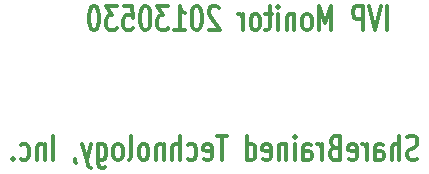
<source format=gbo>
G04 (created by PCBNEW-RS274X (2012-05-21 BZR 3261)-stable) date Thu 30 May 2013 11:23:39 PM PDT*
G01*
G70*
G90*
%MOIN*%
G04 Gerber Fmt 3.4, Leading zero omitted, Abs format*
%FSLAX34Y34*%
G04 APERTURE LIST*
%ADD10C,0.008000*%
%ADD11C,0.012000*%
G04 APERTURE END LIST*
G54D10*
G54D11*
X64404Y-35363D02*
X64404Y-34563D01*
X64204Y-34563D02*
X64004Y-35363D01*
X63804Y-34563D01*
X63604Y-35363D02*
X63604Y-34563D01*
X63376Y-34563D01*
X63318Y-34601D01*
X63290Y-34639D01*
X63261Y-34715D01*
X63261Y-34829D01*
X63290Y-34906D01*
X63318Y-34944D01*
X63376Y-34982D01*
X63604Y-34982D01*
X62547Y-35363D02*
X62547Y-34563D01*
X62347Y-35134D01*
X62147Y-34563D01*
X62147Y-35363D01*
X61775Y-35363D02*
X61833Y-35325D01*
X61861Y-35287D01*
X61890Y-35210D01*
X61890Y-34982D01*
X61861Y-34906D01*
X61833Y-34868D01*
X61775Y-34829D01*
X61690Y-34829D01*
X61633Y-34868D01*
X61604Y-34906D01*
X61575Y-34982D01*
X61575Y-35210D01*
X61604Y-35287D01*
X61633Y-35325D01*
X61690Y-35363D01*
X61775Y-35363D01*
X61318Y-34829D02*
X61318Y-35363D01*
X61318Y-34906D02*
X61290Y-34868D01*
X61232Y-34829D01*
X61147Y-34829D01*
X61090Y-34868D01*
X61061Y-34944D01*
X61061Y-35363D01*
X60775Y-35363D02*
X60775Y-34829D01*
X60775Y-34563D02*
X60804Y-34601D01*
X60775Y-34639D01*
X60747Y-34601D01*
X60775Y-34563D01*
X60775Y-34639D01*
X60575Y-34829D02*
X60346Y-34829D01*
X60489Y-34563D02*
X60489Y-35249D01*
X60461Y-35325D01*
X60403Y-35363D01*
X60346Y-35363D01*
X60060Y-35363D02*
X60118Y-35325D01*
X60146Y-35287D01*
X60175Y-35210D01*
X60175Y-34982D01*
X60146Y-34906D01*
X60118Y-34868D01*
X60060Y-34829D01*
X59975Y-34829D01*
X59918Y-34868D01*
X59889Y-34906D01*
X59860Y-34982D01*
X59860Y-35210D01*
X59889Y-35287D01*
X59918Y-35325D01*
X59975Y-35363D01*
X60060Y-35363D01*
X59603Y-35363D02*
X59603Y-34829D01*
X59603Y-34982D02*
X59575Y-34906D01*
X59546Y-34868D01*
X59489Y-34829D01*
X59432Y-34829D01*
X58804Y-34639D02*
X58775Y-34601D01*
X58718Y-34563D01*
X58575Y-34563D01*
X58518Y-34601D01*
X58489Y-34639D01*
X58461Y-34715D01*
X58461Y-34791D01*
X58489Y-34906D01*
X58832Y-35363D01*
X58461Y-35363D01*
X58090Y-34563D02*
X58033Y-34563D01*
X57976Y-34601D01*
X57947Y-34639D01*
X57918Y-34715D01*
X57890Y-34868D01*
X57890Y-35058D01*
X57918Y-35210D01*
X57947Y-35287D01*
X57976Y-35325D01*
X58033Y-35363D01*
X58090Y-35363D01*
X58147Y-35325D01*
X58176Y-35287D01*
X58204Y-35210D01*
X58233Y-35058D01*
X58233Y-34868D01*
X58204Y-34715D01*
X58176Y-34639D01*
X58147Y-34601D01*
X58090Y-34563D01*
X57319Y-35363D02*
X57662Y-35363D01*
X57490Y-35363D02*
X57490Y-34563D01*
X57547Y-34677D01*
X57605Y-34753D01*
X57662Y-34791D01*
X57119Y-34563D02*
X56748Y-34563D01*
X56948Y-34868D01*
X56862Y-34868D01*
X56805Y-34906D01*
X56776Y-34944D01*
X56748Y-35020D01*
X56748Y-35210D01*
X56776Y-35287D01*
X56805Y-35325D01*
X56862Y-35363D01*
X57034Y-35363D01*
X57091Y-35325D01*
X57119Y-35287D01*
X56377Y-34563D02*
X56320Y-34563D01*
X56263Y-34601D01*
X56234Y-34639D01*
X56205Y-34715D01*
X56177Y-34868D01*
X56177Y-35058D01*
X56205Y-35210D01*
X56234Y-35287D01*
X56263Y-35325D01*
X56320Y-35363D01*
X56377Y-35363D01*
X56434Y-35325D01*
X56463Y-35287D01*
X56491Y-35210D01*
X56520Y-35058D01*
X56520Y-34868D01*
X56491Y-34715D01*
X56463Y-34639D01*
X56434Y-34601D01*
X56377Y-34563D01*
X55634Y-34563D02*
X55920Y-34563D01*
X55949Y-34944D01*
X55920Y-34906D01*
X55863Y-34868D01*
X55720Y-34868D01*
X55663Y-34906D01*
X55634Y-34944D01*
X55606Y-35020D01*
X55606Y-35210D01*
X55634Y-35287D01*
X55663Y-35325D01*
X55720Y-35363D01*
X55863Y-35363D01*
X55920Y-35325D01*
X55949Y-35287D01*
X55406Y-34563D02*
X55035Y-34563D01*
X55235Y-34868D01*
X55149Y-34868D01*
X55092Y-34906D01*
X55063Y-34944D01*
X55035Y-35020D01*
X55035Y-35210D01*
X55063Y-35287D01*
X55092Y-35325D01*
X55149Y-35363D01*
X55321Y-35363D01*
X55378Y-35325D01*
X55406Y-35287D01*
X54664Y-34563D02*
X54607Y-34563D01*
X54550Y-34601D01*
X54521Y-34639D01*
X54492Y-34715D01*
X54464Y-34868D01*
X54464Y-35058D01*
X54492Y-35210D01*
X54521Y-35287D01*
X54550Y-35325D01*
X54607Y-35363D01*
X54664Y-35363D01*
X54721Y-35325D01*
X54750Y-35287D01*
X54778Y-35210D01*
X54807Y-35058D01*
X54807Y-34868D01*
X54778Y-34715D01*
X54750Y-34639D01*
X54721Y-34601D01*
X54664Y-34563D01*
X65418Y-39656D02*
X65332Y-39694D01*
X65189Y-39694D01*
X65132Y-39656D01*
X65103Y-39618D01*
X65075Y-39541D01*
X65075Y-39465D01*
X65103Y-39389D01*
X65132Y-39351D01*
X65189Y-39313D01*
X65303Y-39275D01*
X65361Y-39237D01*
X65389Y-39199D01*
X65418Y-39122D01*
X65418Y-39046D01*
X65389Y-38970D01*
X65361Y-38932D01*
X65303Y-38894D01*
X65161Y-38894D01*
X65075Y-38932D01*
X64818Y-39694D02*
X64818Y-38894D01*
X64561Y-39694D02*
X64561Y-39275D01*
X64590Y-39199D01*
X64647Y-39160D01*
X64732Y-39160D01*
X64790Y-39199D01*
X64818Y-39237D01*
X64018Y-39694D02*
X64018Y-39275D01*
X64047Y-39199D01*
X64104Y-39160D01*
X64218Y-39160D01*
X64275Y-39199D01*
X64018Y-39656D02*
X64075Y-39694D01*
X64218Y-39694D01*
X64275Y-39656D01*
X64304Y-39580D01*
X64304Y-39503D01*
X64275Y-39427D01*
X64218Y-39389D01*
X64075Y-39389D01*
X64018Y-39351D01*
X63732Y-39694D02*
X63732Y-39160D01*
X63732Y-39313D02*
X63704Y-39237D01*
X63675Y-39199D01*
X63618Y-39160D01*
X63561Y-39160D01*
X63133Y-39656D02*
X63190Y-39694D01*
X63304Y-39694D01*
X63361Y-39656D01*
X63390Y-39580D01*
X63390Y-39275D01*
X63361Y-39199D01*
X63304Y-39160D01*
X63190Y-39160D01*
X63133Y-39199D01*
X63104Y-39275D01*
X63104Y-39351D01*
X63390Y-39427D01*
X62647Y-39275D02*
X62561Y-39313D01*
X62533Y-39351D01*
X62504Y-39427D01*
X62504Y-39541D01*
X62533Y-39618D01*
X62561Y-39656D01*
X62619Y-39694D01*
X62847Y-39694D01*
X62847Y-38894D01*
X62647Y-38894D01*
X62590Y-38932D01*
X62561Y-38970D01*
X62533Y-39046D01*
X62533Y-39122D01*
X62561Y-39199D01*
X62590Y-39237D01*
X62647Y-39275D01*
X62847Y-39275D01*
X62247Y-39694D02*
X62247Y-39160D01*
X62247Y-39313D02*
X62219Y-39237D01*
X62190Y-39199D01*
X62133Y-39160D01*
X62076Y-39160D01*
X61619Y-39694D02*
X61619Y-39275D01*
X61648Y-39199D01*
X61705Y-39160D01*
X61819Y-39160D01*
X61876Y-39199D01*
X61619Y-39656D02*
X61676Y-39694D01*
X61819Y-39694D01*
X61876Y-39656D01*
X61905Y-39580D01*
X61905Y-39503D01*
X61876Y-39427D01*
X61819Y-39389D01*
X61676Y-39389D01*
X61619Y-39351D01*
X61333Y-39694D02*
X61333Y-39160D01*
X61333Y-38894D02*
X61362Y-38932D01*
X61333Y-38970D01*
X61305Y-38932D01*
X61333Y-38894D01*
X61333Y-38970D01*
X61047Y-39160D02*
X61047Y-39694D01*
X61047Y-39237D02*
X61019Y-39199D01*
X60961Y-39160D01*
X60876Y-39160D01*
X60819Y-39199D01*
X60790Y-39275D01*
X60790Y-39694D01*
X60276Y-39656D02*
X60333Y-39694D01*
X60447Y-39694D01*
X60504Y-39656D01*
X60533Y-39580D01*
X60533Y-39275D01*
X60504Y-39199D01*
X60447Y-39160D01*
X60333Y-39160D01*
X60276Y-39199D01*
X60247Y-39275D01*
X60247Y-39351D01*
X60533Y-39427D01*
X59733Y-39694D02*
X59733Y-38894D01*
X59733Y-39656D02*
X59790Y-39694D01*
X59904Y-39694D01*
X59962Y-39656D01*
X59990Y-39618D01*
X60019Y-39541D01*
X60019Y-39313D01*
X59990Y-39237D01*
X59962Y-39199D01*
X59904Y-39160D01*
X59790Y-39160D01*
X59733Y-39199D01*
X59076Y-38894D02*
X58733Y-38894D01*
X58904Y-39694D02*
X58904Y-38894D01*
X58305Y-39656D02*
X58362Y-39694D01*
X58476Y-39694D01*
X58533Y-39656D01*
X58562Y-39580D01*
X58562Y-39275D01*
X58533Y-39199D01*
X58476Y-39160D01*
X58362Y-39160D01*
X58305Y-39199D01*
X58276Y-39275D01*
X58276Y-39351D01*
X58562Y-39427D01*
X57762Y-39656D02*
X57819Y-39694D01*
X57933Y-39694D01*
X57991Y-39656D01*
X58019Y-39618D01*
X58048Y-39541D01*
X58048Y-39313D01*
X58019Y-39237D01*
X57991Y-39199D01*
X57933Y-39160D01*
X57819Y-39160D01*
X57762Y-39199D01*
X57505Y-39694D02*
X57505Y-38894D01*
X57248Y-39694D02*
X57248Y-39275D01*
X57277Y-39199D01*
X57334Y-39160D01*
X57419Y-39160D01*
X57477Y-39199D01*
X57505Y-39237D01*
X56962Y-39160D02*
X56962Y-39694D01*
X56962Y-39237D02*
X56934Y-39199D01*
X56876Y-39160D01*
X56791Y-39160D01*
X56734Y-39199D01*
X56705Y-39275D01*
X56705Y-39694D01*
X56333Y-39694D02*
X56391Y-39656D01*
X56419Y-39618D01*
X56448Y-39541D01*
X56448Y-39313D01*
X56419Y-39237D01*
X56391Y-39199D01*
X56333Y-39160D01*
X56248Y-39160D01*
X56191Y-39199D01*
X56162Y-39237D01*
X56133Y-39313D01*
X56133Y-39541D01*
X56162Y-39618D01*
X56191Y-39656D01*
X56248Y-39694D01*
X56333Y-39694D01*
X55790Y-39694D02*
X55848Y-39656D01*
X55876Y-39580D01*
X55876Y-38894D01*
X55476Y-39694D02*
X55534Y-39656D01*
X55562Y-39618D01*
X55591Y-39541D01*
X55591Y-39313D01*
X55562Y-39237D01*
X55534Y-39199D01*
X55476Y-39160D01*
X55391Y-39160D01*
X55334Y-39199D01*
X55305Y-39237D01*
X55276Y-39313D01*
X55276Y-39541D01*
X55305Y-39618D01*
X55334Y-39656D01*
X55391Y-39694D01*
X55476Y-39694D01*
X54762Y-39160D02*
X54762Y-39808D01*
X54791Y-39884D01*
X54819Y-39922D01*
X54876Y-39960D01*
X54962Y-39960D01*
X55019Y-39922D01*
X54762Y-39656D02*
X54819Y-39694D01*
X54933Y-39694D01*
X54991Y-39656D01*
X55019Y-39618D01*
X55048Y-39541D01*
X55048Y-39313D01*
X55019Y-39237D01*
X54991Y-39199D01*
X54933Y-39160D01*
X54819Y-39160D01*
X54762Y-39199D01*
X54533Y-39160D02*
X54390Y-39694D01*
X54248Y-39160D02*
X54390Y-39694D01*
X54448Y-39884D01*
X54476Y-39922D01*
X54533Y-39960D01*
X53991Y-39656D02*
X53991Y-39694D01*
X54019Y-39770D01*
X54048Y-39808D01*
X53276Y-39694D02*
X53276Y-38894D01*
X52990Y-39160D02*
X52990Y-39694D01*
X52990Y-39237D02*
X52962Y-39199D01*
X52904Y-39160D01*
X52819Y-39160D01*
X52762Y-39199D01*
X52733Y-39275D01*
X52733Y-39694D01*
X52190Y-39656D02*
X52247Y-39694D01*
X52361Y-39694D01*
X52419Y-39656D01*
X52447Y-39618D01*
X52476Y-39541D01*
X52476Y-39313D01*
X52447Y-39237D01*
X52419Y-39199D01*
X52361Y-39160D01*
X52247Y-39160D01*
X52190Y-39199D01*
X51933Y-39618D02*
X51905Y-39656D01*
X51933Y-39694D01*
X51962Y-39656D01*
X51933Y-39618D01*
X51933Y-39694D01*
M02*

</source>
